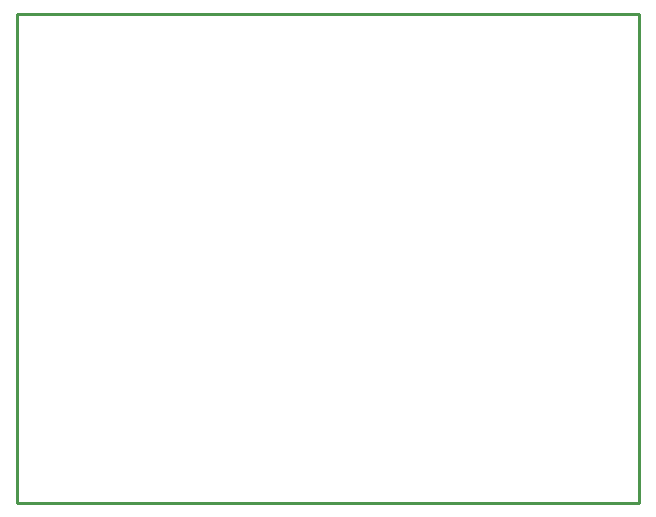
<source format=gko>
G04 Layer: BoardOutlineLayer*
G04 EasyEDA v6.5.44, 2024-08-02 20:28:38*
G04 0ec6a3b83b7b46f2a54e004fb1c0c9c6,2d99afecd3cb4a319326ca3d9e85512b,10*
G04 Gerber Generator version 0.2*
G04 Scale: 100 percent, Rotated: No, Reflected: No *
G04 Dimensions in millimeters *
G04 leading zeros omitted , absolute positions ,4 integer and 5 decimal *
%FSLAX45Y45*%
%MOMM*%

%ADD10C,0.2540*%
D10*
X700023Y9199879D02*
G01*
X5969000Y9199879D01*
X5969000Y5054600D01*
X700023Y5054600D01*
X700023Y9199879D01*

%LPD*%
M02*

</source>
